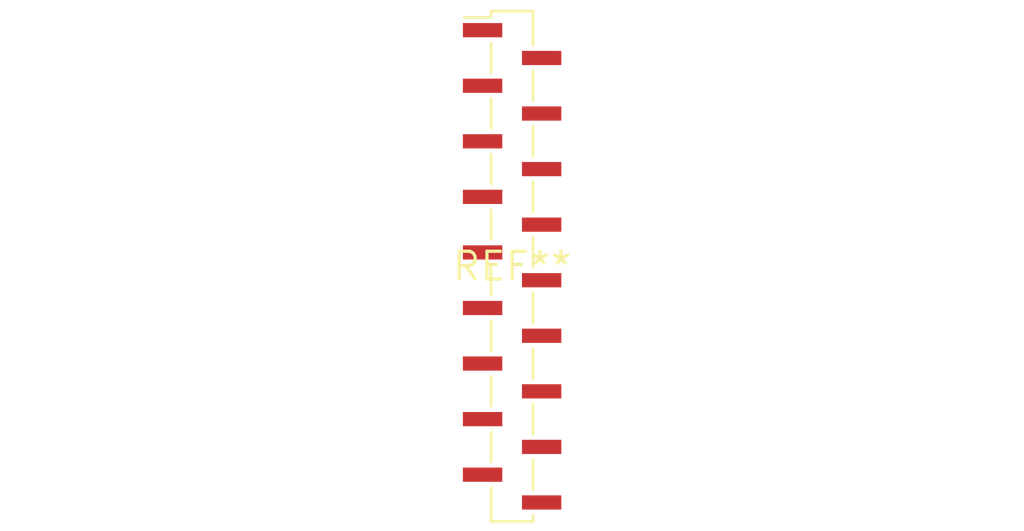
<source format=kicad_pcb>
(kicad_pcb (version 20240108) (generator pcbnew)
  (layers (0 "F.Cu" signal) (31 "B.Cu" signal) (34 "B.Paste" user) (35 "F.Paste" user) (36 "B.SilkS" user "B.Silkscreen") (37 "F.SilkS" user "F.Silkscreen") (38 "B.Mask" user) (39 "F.Mask" user) (44 "Edge.Cuts" user))
  (net 0 "")
  (footprint "PinSocket_1x18_P1.27mm_Vertical_SMD_Pin1Left" (layer "F.Cu") (at 0 0)
    (property "Reference" "REF**")
    (property "Value" "PinSocket_1x18_P1.27mm_Vertical_SMD_Pin1Left")
    (fp_line (start -2.19 -11.38) (end -0.96 -11.38) (layer "F.SilkS") (stroke (width 0.12)))
    (fp_line (start -0.96 -11.665) (end -0.96 -11.38) (layer "F.SilkS") (stroke (width 0.12)))
    (fp_line (start -0.96 -11.665) (end 0.96 -11.665) (layer "F.SilkS") (stroke (width 0.12)))
    (fp_line (start -0.96 -10.21) (end -0.96 -8.84) (layer "F.SilkS") (stroke (width 0.12)))
    (fp_line (start -0.96 -7.67) (end -0.96 -6.3) (layer "F.SilkS") (stroke (width 0.12)))
    (fp_line (start -0.96 -5.13) (end -0.96 -3.76) (layer "F.SilkS") (stroke (width 0.12)))
    (fp_line (start -0.96 -2.59) (end -0.96 -1.22) (layer "F.SilkS") (stroke (width 0.12)))
    (fp_line (start -0.96 -0.05) (end -0.96 1.32) (layer "F.SilkS") (stroke (width 0.12)))
    (fp_line (start -0.96 2.49) (end -0.96 3.86) (layer "F.SilkS") (stroke (width 0.12)))
    (fp_line (start -0.96 5.03) (end -0.96 6.4) (layer "F.SilkS") (stroke (width 0.12)))
    (fp_line (start -0.96 7.57) (end -0.96 8.94) (layer "F.SilkS") (stroke (width 0.12)))
    (fp_line (start -0.96 10.11) (end -0.96 11.665) (layer "F.SilkS") (stroke (width 0.12)))
    (fp_line (start -0.96 11.665) (end 0.96 11.665) (layer "F.SilkS") (stroke (width 0.12)))
    (fp_line (start 0.96 -11.665) (end 0.96 -10.11) (layer "F.SilkS") (stroke (width 0.12)))
    (fp_line (start 0.96 -8.94) (end 0.96 -7.57) (layer "F.SilkS") (stroke (width 0.12)))
    (fp_line (start 0.96 -6.4) (end 0.96 -5.03) (layer "F.SilkS") (stroke (width 0.12)))
    (fp_line (start 0.96 -3.86) (end 0.96 -2.49) (layer "F.SilkS") (stroke (width 0.12)))
    (fp_line (start 0.96 -1.32) (end 0.96 0.05) (layer "F.SilkS") (stroke (width 0.12)))
    (fp_line (start 0.96 1.22) (end 0.96 2.59) (layer "F.SilkS") (stroke (width 0.12)))
    (fp_line (start 0.96 3.76) (end 0.96 5.13) (layer "F.SilkS") (stroke (width 0.12)))
    (fp_line (start 0.96 6.3) (end 0.96 7.67) (layer "F.SilkS") (stroke (width 0.12)))
    (fp_line (start 0.96 8.84) (end 0.96 10.21) (layer "F.SilkS") (stroke (width 0.12)))
    (fp_line (start 0.96 11.38) (end 0.96 11.665) (layer "F.SilkS") (stroke (width 0.12)))
    (pad "1" smd rect (at -1.35 -10.795) (size 1.8 0.65) (layers "F.Cu" "F.Paste" "F.Mask"))
    (pad "2" smd rect (at 1.35 -9.525) (size 1.8 0.65) (layers "F.Cu" "F.Paste" "F.Mask"))
    (pad "3" smd rect (at -1.35 -8.255) (size 1.8 0.65) (layers "F.Cu" "F.Paste" "F.Mask"))
    (pad "4" smd rect (at 1.35 -6.985) (size 1.8 0.65) (layers "F.Cu" "F.Paste" "F.Mask"))
    (pad "5" smd rect (at -1.35 -5.715) (size 1.8 0.65) (layers "F.Cu" "F.Paste" "F.Mask"))
    (pad "6" smd rect (at 1.35 -4.445) (size 1.8 0.65) (layers "F.Cu" "F.Paste" "F.Mask"))
    (pad "7" smd rect (at -1.35 -3.175) (size 1.8 0.65) (layers "F.Cu" "F.Paste" "F.Mask"))
    (pad "8" smd rect (at 1.35 -1.905) (size 1.8 0.65) (layers "F.Cu" "F.Paste" "F.Mask"))
    (pad "9" smd rect (at -1.35 -0.635) (size 1.8 0.65) (layers "F.Cu" "F.Paste" "F.Mask"))
    (pad "10" smd rect (at 1.35 0.635) (size 1.8 0.65) (layers "F.Cu" "F.Paste" "F.Mask"))
    (pad "11" smd rect (at -1.35 1.905) (size 1.8 0.65) (layers "F.Cu" "F.Paste" "F.Mask"))
    (pad "12" smd rect (at 1.35 3.175) (size 1.8 0.65) (layers "F.Cu" "F.Paste" "F.Mask"))
    (pad "13" smd rect (at -1.35 4.445) (size 1.8 0.65) (layers "F.Cu" "F.Paste" "F.Mask"))
    (pad "14" smd rect (at 1.35 5.715) (size 1.8 0.65) (layers "F.Cu" "F.Paste" "F.Mask"))
    (pad "15" smd rect (at -1.35 6.985) (size 1.8 0.65) (layers "F.Cu" "F.Paste" "F.Mask"))
    (pad "16" smd rect (at 1.35 8.255) (size 1.8 0.65) (layers "F.Cu" "F.Paste" "F.Mask"))
    (pad "17" smd rect (at -1.35 9.525) (size 1.8 0.65) (layers "F.Cu" "F.Paste" "F.Mask"))
    (pad "18" smd rect (at 1.35 10.795) (size 1.8 0.65) (layers "F.Cu" "F.Paste" "F.Mask"))
  )
)
</source>
